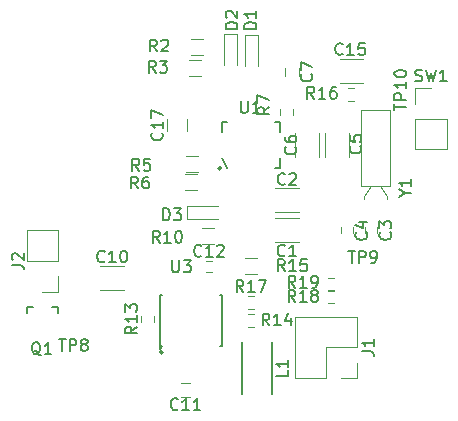
<source format=gbr>
G04 #@! TF.GenerationSoftware,KiCad,Pcbnew,5.0.0*
G04 #@! TF.CreationDate,2018-08-14T07:54:27-04:00*
G04 #@! TF.ProjectId,telegraph,74656C6567726170682E6B696361645F,rev?*
G04 #@! TF.SameCoordinates,Original*
G04 #@! TF.FileFunction,Legend,Top*
G04 #@! TF.FilePolarity,Positive*
%FSLAX46Y46*%
G04 Gerber Fmt 4.6, Leading zero omitted, Abs format (unit mm)*
G04 Created by KiCad (PCBNEW 5.0.0) date Tue Aug 14 07:54:27 2018*
%MOMM*%
%LPD*%
G01*
G04 APERTURE LIST*
%ADD10C,0.120000*%
%ADD11C,0.150000*%
G04 APERTURE END LIST*
D10*
G04 #@! TO.C,C7*
X129100000Y-109250000D02*
X129100000Y-108550000D01*
X130300000Y-108550000D02*
X130300000Y-109250000D01*
G04 #@! TO.C,C17*
X119050000Y-112900000D02*
X119050000Y-113900000D01*
X120750000Y-113900000D02*
X120750000Y-112900000D01*
G04 #@! TO.C,R18*
X132750000Y-128430000D02*
X133250000Y-128430000D01*
X133250000Y-127370000D02*
X132750000Y-127370000D01*
G04 #@! TO.C,R19*
X133250000Y-126370000D02*
X132750000Y-126370000D01*
X132750000Y-127430000D02*
X133250000Y-127430000D01*
G04 #@! TO.C,C3*
X135890000Y-122054000D02*
X135890000Y-122554000D01*
X136830000Y-122554000D02*
X136830000Y-122054000D01*
G04 #@! TO.C,C4*
X134798000Y-122554000D02*
X134798000Y-122054000D01*
X133858000Y-122054000D02*
X133858000Y-122554000D01*
G04 #@! TO.C,C12*
X122394000Y-125822000D02*
X122894000Y-125822000D01*
X122894000Y-124882000D02*
X122394000Y-124882000D01*
G04 #@! TO.C,C11*
X120300000Y-135218000D02*
X121000000Y-135218000D01*
X121000000Y-136418000D02*
X120300000Y-136418000D01*
G04 #@! TO.C,C10*
X113450000Y-127338000D02*
X115450000Y-127338000D01*
X115450000Y-125298000D02*
X113450000Y-125298000D01*
G04 #@! TO.C,C6*
X131970000Y-116068000D02*
X131970000Y-114068000D01*
X129930000Y-114068000D02*
X129930000Y-116068000D01*
G04 #@! TO.C,C5*
X132430000Y-114068000D02*
X132430000Y-116068000D01*
X134470000Y-116068000D02*
X134470000Y-114068000D01*
G04 #@! TO.C,C2*
X128248000Y-120784000D02*
X130248000Y-120784000D01*
X130248000Y-118744000D02*
X128248000Y-118744000D01*
G04 #@! TO.C,C1*
X128248000Y-123324000D02*
X130248000Y-123324000D01*
X130248000Y-121284000D02*
X128248000Y-121284000D01*
G04 #@! TO.C,C15*
X135700000Y-107798000D02*
X133700000Y-107798000D01*
X133700000Y-109838000D02*
X135700000Y-109838000D01*
G04 #@! TO.C,Y1*
X135800000Y-119418000D02*
X135800000Y-119618000D01*
X136400000Y-118518000D02*
X135800000Y-119418000D01*
X137700000Y-119418000D02*
X137700000Y-119618000D01*
X137100000Y-118518000D02*
X137700000Y-119418000D01*
X135550000Y-118518000D02*
X137950000Y-118518000D01*
X135550000Y-112118000D02*
X135550000Y-118518000D01*
X137950000Y-112118000D02*
X135550000Y-112118000D01*
X137950000Y-118518000D02*
X137950000Y-112118000D01*
D11*
G04 #@! TO.C,L1*
X125408000Y-131788000D02*
X125408000Y-136188000D01*
X128008000Y-131788000D02*
X128008000Y-136188000D01*
D10*
G04 #@! TO.C,D3*
X120800000Y-120268000D02*
X123400000Y-120268000D01*
X120800000Y-121368000D02*
X123400000Y-121368000D01*
X120800000Y-120268000D02*
X120800000Y-121368000D01*
G04 #@! TO.C,D2*
X125050000Y-105668000D02*
X123950000Y-105668000D01*
X123950000Y-105668000D02*
X123950000Y-108268000D01*
X125050000Y-105668000D02*
X125050000Y-108268000D01*
G04 #@! TO.C,D1*
X126800000Y-105768000D02*
X126800000Y-108368000D01*
X125700000Y-105768000D02*
X125700000Y-108368000D01*
X126800000Y-105768000D02*
X125700000Y-105768000D01*
G04 #@! TO.C,R7*
X128670000Y-112068000D02*
X128670000Y-112568000D01*
X129730000Y-112568000D02*
X129730000Y-112068000D01*
G04 #@! TO.C,R13*
X116920000Y-129568000D02*
X116920000Y-130068000D01*
X117980000Y-130068000D02*
X117980000Y-129568000D01*
G04 #@! TO.C,R14*
X126450000Y-129394000D02*
X125950000Y-129394000D01*
X125950000Y-130454000D02*
X126450000Y-130454000D01*
G04 #@! TO.C,R16*
X134950000Y-110288000D02*
X134450000Y-110288000D01*
X134450000Y-111348000D02*
X134950000Y-111348000D01*
G04 #@! TO.C,R17*
X126450000Y-127870000D02*
X125950000Y-127870000D01*
X125950000Y-128930000D02*
X126450000Y-128930000D01*
G04 #@! TO.C,R15*
X126700000Y-126032000D02*
X125700000Y-126032000D01*
X125700000Y-124672000D02*
X126700000Y-124672000D01*
G04 #@! TO.C,R2*
X122100000Y-107448000D02*
X121100000Y-107448000D01*
X121100000Y-106088000D02*
X122100000Y-106088000D01*
G04 #@! TO.C,R3*
X120950000Y-107838000D02*
X121950000Y-107838000D01*
X121950000Y-109198000D02*
X120950000Y-109198000D01*
G04 #@! TO.C,R6*
X120620000Y-117560000D02*
X121620000Y-117560000D01*
X121620000Y-118920000D02*
X120620000Y-118920000D01*
G04 #@! TO.C,R10*
X122050000Y-122138000D02*
X123050000Y-122138000D01*
X123050000Y-123498000D02*
X122050000Y-123498000D01*
G04 #@! TO.C,R5*
X121704000Y-117396000D02*
X120704000Y-117396000D01*
X120704000Y-116036000D02*
X121704000Y-116036000D01*
G04 #@! TO.C,SW1*
X140120000Y-112838000D02*
X140120000Y-115438000D01*
X140120000Y-115438000D02*
X142780000Y-115438000D01*
X142780000Y-115438000D02*
X142780000Y-112838000D01*
X142780000Y-112838000D02*
X140120000Y-112838000D01*
X140120000Y-111568000D02*
X140120000Y-110238000D01*
X140120000Y-110238000D02*
X141450000Y-110238000D01*
G04 #@! TO.C,J2*
X109862000Y-127504000D02*
X108532000Y-127504000D01*
X109862000Y-126174000D02*
X109862000Y-127504000D01*
X107202000Y-124904000D02*
X109862000Y-124904000D01*
X107202000Y-122304000D02*
X107202000Y-124904000D01*
X109862000Y-122304000D02*
X107202000Y-122304000D01*
X109862000Y-124904000D02*
X109862000Y-122304000D01*
G04 #@! TO.C,J1*
X135150000Y-134810000D02*
X135150000Y-133540000D01*
X133820000Y-134810000D02*
X135150000Y-134810000D01*
X132550000Y-132210000D02*
X132550000Y-134810000D01*
X135150000Y-132210000D02*
X132550000Y-132210000D01*
X135150000Y-129610000D02*
X135150000Y-132210000D01*
X129950000Y-129610000D02*
X135150000Y-129610000D01*
X129950000Y-134810000D02*
X129950000Y-129610000D01*
X132550000Y-134810000D02*
X129950000Y-134810000D01*
D11*
G04 #@! TO.C,U3*
X118690000Y-132074000D02*
X118470000Y-132354000D01*
X118470000Y-132354000D02*
X118470000Y-127774000D01*
X118470000Y-127774000D02*
X118690000Y-127774000D01*
X123550000Y-127774000D02*
X123770000Y-127774000D01*
X123770000Y-127774000D02*
X123770000Y-132074000D01*
X123770000Y-132074000D02*
X123550000Y-132074000D01*
X118745000Y-132624000D02*
G75*
G03X118745000Y-132624000I-150000J0D01*
G01*
G04 #@! TO.C,Q1*
X109832000Y-128830000D02*
X109832000Y-129330000D01*
X109332000Y-128830000D02*
X109832000Y-128830000D01*
X107232000Y-128830000D02*
X107232000Y-129330000D01*
X107232000Y-128830000D02*
X107732000Y-128830000D01*
G04 #@! TO.C,U1*
X124130000Y-117018000D02*
X123750000Y-116138000D01*
X123750000Y-113998000D02*
X123750000Y-113118000D01*
X123750000Y-113118000D02*
X124130000Y-113118000D01*
X128270000Y-113118000D02*
X128650000Y-113118000D01*
X128650000Y-113118000D02*
X128650000Y-113998000D01*
X128650000Y-116138000D02*
X128650000Y-117018000D01*
X128650000Y-117018000D02*
X128270000Y-117018000D01*
X123725000Y-117043000D02*
G75*
G03X123725000Y-117043000I-150000J0D01*
G01*
G04 #@! TO.C,C7*
X131307142Y-109066666D02*
X131354761Y-109114285D01*
X131402380Y-109257142D01*
X131402380Y-109352380D01*
X131354761Y-109495238D01*
X131259523Y-109590476D01*
X131164285Y-109638095D01*
X130973809Y-109685714D01*
X130830952Y-109685714D01*
X130640476Y-109638095D01*
X130545238Y-109590476D01*
X130450000Y-109495238D01*
X130402380Y-109352380D01*
X130402380Y-109257142D01*
X130450000Y-109114285D01*
X130497619Y-109066666D01*
X130402380Y-108733333D02*
X130402380Y-108066666D01*
X131402380Y-108495238D01*
G04 #@! TO.C,C17*
X118657142Y-114042857D02*
X118704761Y-114090476D01*
X118752380Y-114233333D01*
X118752380Y-114328571D01*
X118704761Y-114471428D01*
X118609523Y-114566666D01*
X118514285Y-114614285D01*
X118323809Y-114661904D01*
X118180952Y-114661904D01*
X117990476Y-114614285D01*
X117895238Y-114566666D01*
X117800000Y-114471428D01*
X117752380Y-114328571D01*
X117752380Y-114233333D01*
X117800000Y-114090476D01*
X117847619Y-114042857D01*
X118752380Y-113090476D02*
X118752380Y-113661904D01*
X118752380Y-113376190D02*
X117752380Y-113376190D01*
X117895238Y-113471428D01*
X117990476Y-113566666D01*
X118038095Y-113661904D01*
X117752380Y-112757142D02*
X117752380Y-112090476D01*
X118752380Y-112519047D01*
G04 #@! TO.C,R18*
X129957142Y-128352380D02*
X129623809Y-127876190D01*
X129385714Y-128352380D02*
X129385714Y-127352380D01*
X129766666Y-127352380D01*
X129861904Y-127400000D01*
X129909523Y-127447619D01*
X129957142Y-127542857D01*
X129957142Y-127685714D01*
X129909523Y-127780952D01*
X129861904Y-127828571D01*
X129766666Y-127876190D01*
X129385714Y-127876190D01*
X130909523Y-128352380D02*
X130338095Y-128352380D01*
X130623809Y-128352380D02*
X130623809Y-127352380D01*
X130528571Y-127495238D01*
X130433333Y-127590476D01*
X130338095Y-127638095D01*
X131480952Y-127780952D02*
X131385714Y-127733333D01*
X131338095Y-127685714D01*
X131290476Y-127590476D01*
X131290476Y-127542857D01*
X131338095Y-127447619D01*
X131385714Y-127400000D01*
X131480952Y-127352380D01*
X131671428Y-127352380D01*
X131766666Y-127400000D01*
X131814285Y-127447619D01*
X131861904Y-127542857D01*
X131861904Y-127590476D01*
X131814285Y-127685714D01*
X131766666Y-127733333D01*
X131671428Y-127780952D01*
X131480952Y-127780952D01*
X131385714Y-127828571D01*
X131338095Y-127876190D01*
X131290476Y-127971428D01*
X131290476Y-128161904D01*
X131338095Y-128257142D01*
X131385714Y-128304761D01*
X131480952Y-128352380D01*
X131671428Y-128352380D01*
X131766666Y-128304761D01*
X131814285Y-128257142D01*
X131861904Y-128161904D01*
X131861904Y-127971428D01*
X131814285Y-127876190D01*
X131766666Y-127828571D01*
X131671428Y-127780952D01*
G04 #@! TO.C,R19*
X129957142Y-127152380D02*
X129623809Y-126676190D01*
X129385714Y-127152380D02*
X129385714Y-126152380D01*
X129766666Y-126152380D01*
X129861904Y-126200000D01*
X129909523Y-126247619D01*
X129957142Y-126342857D01*
X129957142Y-126485714D01*
X129909523Y-126580952D01*
X129861904Y-126628571D01*
X129766666Y-126676190D01*
X129385714Y-126676190D01*
X130909523Y-127152380D02*
X130338095Y-127152380D01*
X130623809Y-127152380D02*
X130623809Y-126152380D01*
X130528571Y-126295238D01*
X130433333Y-126390476D01*
X130338095Y-126438095D01*
X131385714Y-127152380D02*
X131576190Y-127152380D01*
X131671428Y-127104761D01*
X131719047Y-127057142D01*
X131814285Y-126914285D01*
X131861904Y-126723809D01*
X131861904Y-126342857D01*
X131814285Y-126247619D01*
X131766666Y-126200000D01*
X131671428Y-126152380D01*
X131480952Y-126152380D01*
X131385714Y-126200000D01*
X131338095Y-126247619D01*
X131290476Y-126342857D01*
X131290476Y-126580952D01*
X131338095Y-126676190D01*
X131385714Y-126723809D01*
X131480952Y-126771428D01*
X131671428Y-126771428D01*
X131766666Y-126723809D01*
X131814285Y-126676190D01*
X131861904Y-126580952D01*
G04 #@! TO.C,C3*
X137987142Y-122470666D02*
X138034761Y-122518285D01*
X138082380Y-122661142D01*
X138082380Y-122756380D01*
X138034761Y-122899238D01*
X137939523Y-122994476D01*
X137844285Y-123042095D01*
X137653809Y-123089714D01*
X137510952Y-123089714D01*
X137320476Y-123042095D01*
X137225238Y-122994476D01*
X137130000Y-122899238D01*
X137082380Y-122756380D01*
X137082380Y-122661142D01*
X137130000Y-122518285D01*
X137177619Y-122470666D01*
X137082380Y-122137333D02*
X137082380Y-121518285D01*
X137463333Y-121851619D01*
X137463333Y-121708761D01*
X137510952Y-121613523D01*
X137558571Y-121565904D01*
X137653809Y-121518285D01*
X137891904Y-121518285D01*
X137987142Y-121565904D01*
X138034761Y-121613523D01*
X138082380Y-121708761D01*
X138082380Y-121994476D01*
X138034761Y-122089714D01*
X137987142Y-122137333D01*
G04 #@! TO.C,C4*
X135955142Y-122470666D02*
X136002761Y-122518285D01*
X136050380Y-122661142D01*
X136050380Y-122756380D01*
X136002761Y-122899238D01*
X135907523Y-122994476D01*
X135812285Y-123042095D01*
X135621809Y-123089714D01*
X135478952Y-123089714D01*
X135288476Y-123042095D01*
X135193238Y-122994476D01*
X135098000Y-122899238D01*
X135050380Y-122756380D01*
X135050380Y-122661142D01*
X135098000Y-122518285D01*
X135145619Y-122470666D01*
X135383714Y-121613523D02*
X136050380Y-121613523D01*
X135002761Y-121851619D02*
X135717047Y-122089714D01*
X135717047Y-121470666D01*
G04 #@! TO.C,C12*
X122001142Y-124439142D02*
X121953523Y-124486761D01*
X121810666Y-124534380D01*
X121715428Y-124534380D01*
X121572571Y-124486761D01*
X121477333Y-124391523D01*
X121429714Y-124296285D01*
X121382095Y-124105809D01*
X121382095Y-123962952D01*
X121429714Y-123772476D01*
X121477333Y-123677238D01*
X121572571Y-123582000D01*
X121715428Y-123534380D01*
X121810666Y-123534380D01*
X121953523Y-123582000D01*
X122001142Y-123629619D01*
X122953523Y-124534380D02*
X122382095Y-124534380D01*
X122667809Y-124534380D02*
X122667809Y-123534380D01*
X122572571Y-123677238D01*
X122477333Y-123772476D01*
X122382095Y-123820095D01*
X123334476Y-123629619D02*
X123382095Y-123582000D01*
X123477333Y-123534380D01*
X123715428Y-123534380D01*
X123810666Y-123582000D01*
X123858285Y-123629619D01*
X123905904Y-123724857D01*
X123905904Y-123820095D01*
X123858285Y-123962952D01*
X123286857Y-124534380D01*
X123905904Y-124534380D01*
G04 #@! TO.C,C11*
X120007142Y-137425142D02*
X119959523Y-137472761D01*
X119816666Y-137520380D01*
X119721428Y-137520380D01*
X119578571Y-137472761D01*
X119483333Y-137377523D01*
X119435714Y-137282285D01*
X119388095Y-137091809D01*
X119388095Y-136948952D01*
X119435714Y-136758476D01*
X119483333Y-136663238D01*
X119578571Y-136568000D01*
X119721428Y-136520380D01*
X119816666Y-136520380D01*
X119959523Y-136568000D01*
X120007142Y-136615619D01*
X120959523Y-137520380D02*
X120388095Y-137520380D01*
X120673809Y-137520380D02*
X120673809Y-136520380D01*
X120578571Y-136663238D01*
X120483333Y-136758476D01*
X120388095Y-136806095D01*
X121911904Y-137520380D02*
X121340476Y-137520380D01*
X121626190Y-137520380D02*
X121626190Y-136520380D01*
X121530952Y-136663238D01*
X121435714Y-136758476D01*
X121340476Y-136806095D01*
G04 #@! TO.C,C10*
X113807142Y-124925142D02*
X113759523Y-124972761D01*
X113616666Y-125020380D01*
X113521428Y-125020380D01*
X113378571Y-124972761D01*
X113283333Y-124877523D01*
X113235714Y-124782285D01*
X113188095Y-124591809D01*
X113188095Y-124448952D01*
X113235714Y-124258476D01*
X113283333Y-124163238D01*
X113378571Y-124068000D01*
X113521428Y-124020380D01*
X113616666Y-124020380D01*
X113759523Y-124068000D01*
X113807142Y-124115619D01*
X114759523Y-125020380D02*
X114188095Y-125020380D01*
X114473809Y-125020380D02*
X114473809Y-124020380D01*
X114378571Y-124163238D01*
X114283333Y-124258476D01*
X114188095Y-124306095D01*
X115378571Y-124020380D02*
X115473809Y-124020380D01*
X115569047Y-124068000D01*
X115616666Y-124115619D01*
X115664285Y-124210857D01*
X115711904Y-124401333D01*
X115711904Y-124639428D01*
X115664285Y-124829904D01*
X115616666Y-124925142D01*
X115569047Y-124972761D01*
X115473809Y-125020380D01*
X115378571Y-125020380D01*
X115283333Y-124972761D01*
X115235714Y-124925142D01*
X115188095Y-124829904D01*
X115140476Y-124639428D01*
X115140476Y-124401333D01*
X115188095Y-124210857D01*
X115235714Y-124115619D01*
X115283333Y-124068000D01*
X115378571Y-124020380D01*
G04 #@! TO.C,C6*
X129957142Y-115234666D02*
X130004761Y-115282285D01*
X130052380Y-115425142D01*
X130052380Y-115520380D01*
X130004761Y-115663238D01*
X129909523Y-115758476D01*
X129814285Y-115806095D01*
X129623809Y-115853714D01*
X129480952Y-115853714D01*
X129290476Y-115806095D01*
X129195238Y-115758476D01*
X129100000Y-115663238D01*
X129052380Y-115520380D01*
X129052380Y-115425142D01*
X129100000Y-115282285D01*
X129147619Y-115234666D01*
X129052380Y-114377523D02*
X129052380Y-114568000D01*
X129100000Y-114663238D01*
X129147619Y-114710857D01*
X129290476Y-114806095D01*
X129480952Y-114853714D01*
X129861904Y-114853714D01*
X129957142Y-114806095D01*
X130004761Y-114758476D01*
X130052380Y-114663238D01*
X130052380Y-114472761D01*
X130004761Y-114377523D01*
X129957142Y-114329904D01*
X129861904Y-114282285D01*
X129623809Y-114282285D01*
X129528571Y-114329904D01*
X129480952Y-114377523D01*
X129433333Y-114472761D01*
X129433333Y-114663238D01*
X129480952Y-114758476D01*
X129528571Y-114806095D01*
X129623809Y-114853714D01*
G04 #@! TO.C,C5*
X135457142Y-115166666D02*
X135504761Y-115214285D01*
X135552380Y-115357142D01*
X135552380Y-115452380D01*
X135504761Y-115595238D01*
X135409523Y-115690476D01*
X135314285Y-115738095D01*
X135123809Y-115785714D01*
X134980952Y-115785714D01*
X134790476Y-115738095D01*
X134695238Y-115690476D01*
X134600000Y-115595238D01*
X134552380Y-115452380D01*
X134552380Y-115357142D01*
X134600000Y-115214285D01*
X134647619Y-115166666D01*
X134552380Y-114261904D02*
X134552380Y-114738095D01*
X135028571Y-114785714D01*
X134980952Y-114738095D01*
X134933333Y-114642857D01*
X134933333Y-114404761D01*
X134980952Y-114309523D01*
X135028571Y-114261904D01*
X135123809Y-114214285D01*
X135361904Y-114214285D01*
X135457142Y-114261904D01*
X135504761Y-114309523D01*
X135552380Y-114404761D01*
X135552380Y-114642857D01*
X135504761Y-114738095D01*
X135457142Y-114785714D01*
G04 #@! TO.C,C2*
X129081333Y-118371142D02*
X129033714Y-118418761D01*
X128890857Y-118466380D01*
X128795619Y-118466380D01*
X128652761Y-118418761D01*
X128557523Y-118323523D01*
X128509904Y-118228285D01*
X128462285Y-118037809D01*
X128462285Y-117894952D01*
X128509904Y-117704476D01*
X128557523Y-117609238D01*
X128652761Y-117514000D01*
X128795619Y-117466380D01*
X128890857Y-117466380D01*
X129033714Y-117514000D01*
X129081333Y-117561619D01*
X129462285Y-117561619D02*
X129509904Y-117514000D01*
X129605142Y-117466380D01*
X129843238Y-117466380D01*
X129938476Y-117514000D01*
X129986095Y-117561619D01*
X130033714Y-117656857D01*
X130033714Y-117752095D01*
X129986095Y-117894952D01*
X129414666Y-118466380D01*
X130033714Y-118466380D01*
G04 #@! TO.C,C1*
X129081333Y-124411142D02*
X129033714Y-124458761D01*
X128890857Y-124506380D01*
X128795619Y-124506380D01*
X128652761Y-124458761D01*
X128557523Y-124363523D01*
X128509904Y-124268285D01*
X128462285Y-124077809D01*
X128462285Y-123934952D01*
X128509904Y-123744476D01*
X128557523Y-123649238D01*
X128652761Y-123554000D01*
X128795619Y-123506380D01*
X128890857Y-123506380D01*
X129033714Y-123554000D01*
X129081333Y-123601619D01*
X130033714Y-124506380D02*
X129462285Y-124506380D01*
X129748000Y-124506380D02*
X129748000Y-123506380D01*
X129652761Y-123649238D01*
X129557523Y-123744476D01*
X129462285Y-123792095D01*
G04 #@! TO.C,C15*
X133957142Y-107357142D02*
X133909523Y-107404761D01*
X133766666Y-107452380D01*
X133671428Y-107452380D01*
X133528571Y-107404761D01*
X133433333Y-107309523D01*
X133385714Y-107214285D01*
X133338095Y-107023809D01*
X133338095Y-106880952D01*
X133385714Y-106690476D01*
X133433333Y-106595238D01*
X133528571Y-106500000D01*
X133671428Y-106452380D01*
X133766666Y-106452380D01*
X133909523Y-106500000D01*
X133957142Y-106547619D01*
X134909523Y-107452380D02*
X134338095Y-107452380D01*
X134623809Y-107452380D02*
X134623809Y-106452380D01*
X134528571Y-106595238D01*
X134433333Y-106690476D01*
X134338095Y-106738095D01*
X135814285Y-106452380D02*
X135338095Y-106452380D01*
X135290476Y-106928571D01*
X135338095Y-106880952D01*
X135433333Y-106833333D01*
X135671428Y-106833333D01*
X135766666Y-106880952D01*
X135814285Y-106928571D01*
X135861904Y-107023809D01*
X135861904Y-107261904D01*
X135814285Y-107357142D01*
X135766666Y-107404761D01*
X135671428Y-107452380D01*
X135433333Y-107452380D01*
X135338095Y-107404761D01*
X135290476Y-107357142D01*
G04 #@! TO.C,Y1*
X139246190Y-119169190D02*
X139722380Y-119169190D01*
X138722380Y-119502523D02*
X139246190Y-119169190D01*
X138722380Y-118835857D01*
X139722380Y-117978714D02*
X139722380Y-118550142D01*
X139722380Y-118264428D02*
X138722380Y-118264428D01*
X138865238Y-118359666D01*
X138960476Y-118454904D01*
X139008095Y-118550142D01*
G04 #@! TO.C,L1*
X129360380Y-134154666D02*
X129360380Y-134630857D01*
X128360380Y-134630857D01*
X129360380Y-133297523D02*
X129360380Y-133868952D01*
X129360380Y-133583238D02*
X128360380Y-133583238D01*
X128503238Y-133678476D01*
X128598476Y-133773714D01*
X128646095Y-133868952D01*
G04 #@! TO.C,D3*
X118761904Y-121452380D02*
X118761904Y-120452380D01*
X119000000Y-120452380D01*
X119142857Y-120500000D01*
X119238095Y-120595238D01*
X119285714Y-120690476D01*
X119333333Y-120880952D01*
X119333333Y-121023809D01*
X119285714Y-121214285D01*
X119238095Y-121309523D01*
X119142857Y-121404761D01*
X119000000Y-121452380D01*
X118761904Y-121452380D01*
X119666666Y-120452380D02*
X120285714Y-120452380D01*
X119952380Y-120833333D01*
X120095238Y-120833333D01*
X120190476Y-120880952D01*
X120238095Y-120928571D01*
X120285714Y-121023809D01*
X120285714Y-121261904D01*
X120238095Y-121357142D01*
X120190476Y-121404761D01*
X120095238Y-121452380D01*
X119809523Y-121452380D01*
X119714285Y-121404761D01*
X119666666Y-121357142D01*
G04 #@! TO.C,D2*
X125052380Y-105238095D02*
X124052380Y-105238095D01*
X124052380Y-105000000D01*
X124100000Y-104857142D01*
X124195238Y-104761904D01*
X124290476Y-104714285D01*
X124480952Y-104666666D01*
X124623809Y-104666666D01*
X124814285Y-104714285D01*
X124909523Y-104761904D01*
X125004761Y-104857142D01*
X125052380Y-105000000D01*
X125052380Y-105238095D01*
X124147619Y-104285714D02*
X124100000Y-104238095D01*
X124052380Y-104142857D01*
X124052380Y-103904761D01*
X124100000Y-103809523D01*
X124147619Y-103761904D01*
X124242857Y-103714285D01*
X124338095Y-103714285D01*
X124480952Y-103761904D01*
X125052380Y-104333333D01*
X125052380Y-103714285D01*
G04 #@! TO.C,D1*
X126652380Y-105238095D02*
X125652380Y-105238095D01*
X125652380Y-105000000D01*
X125700000Y-104857142D01*
X125795238Y-104761904D01*
X125890476Y-104714285D01*
X126080952Y-104666666D01*
X126223809Y-104666666D01*
X126414285Y-104714285D01*
X126509523Y-104761904D01*
X126604761Y-104857142D01*
X126652380Y-105000000D01*
X126652380Y-105238095D01*
X126652380Y-103714285D02*
X126652380Y-104285714D01*
X126652380Y-104000000D02*
X125652380Y-104000000D01*
X125795238Y-104095238D01*
X125890476Y-104190476D01*
X125938095Y-104285714D01*
G04 #@! TO.C,TP9*
X134438095Y-124052380D02*
X135009523Y-124052380D01*
X134723809Y-125052380D02*
X134723809Y-124052380D01*
X135342857Y-125052380D02*
X135342857Y-124052380D01*
X135723809Y-124052380D01*
X135819047Y-124100000D01*
X135866666Y-124147619D01*
X135914285Y-124242857D01*
X135914285Y-124385714D01*
X135866666Y-124480952D01*
X135819047Y-124528571D01*
X135723809Y-124576190D01*
X135342857Y-124576190D01*
X136390476Y-125052380D02*
X136580952Y-125052380D01*
X136676190Y-125004761D01*
X136723809Y-124957142D01*
X136819047Y-124814285D01*
X136866666Y-124623809D01*
X136866666Y-124242857D01*
X136819047Y-124147619D01*
X136771428Y-124100000D01*
X136676190Y-124052380D01*
X136485714Y-124052380D01*
X136390476Y-124100000D01*
X136342857Y-124147619D01*
X136295238Y-124242857D01*
X136295238Y-124480952D01*
X136342857Y-124576190D01*
X136390476Y-124623809D01*
X136485714Y-124671428D01*
X136676190Y-124671428D01*
X136771428Y-124623809D01*
X136819047Y-124576190D01*
X136866666Y-124480952D01*
G04 #@! TO.C,TP8*
X109938095Y-131520380D02*
X110509523Y-131520380D01*
X110223809Y-132520380D02*
X110223809Y-131520380D01*
X110842857Y-132520380D02*
X110842857Y-131520380D01*
X111223809Y-131520380D01*
X111319047Y-131568000D01*
X111366666Y-131615619D01*
X111414285Y-131710857D01*
X111414285Y-131853714D01*
X111366666Y-131948952D01*
X111319047Y-131996571D01*
X111223809Y-132044190D01*
X110842857Y-132044190D01*
X111985714Y-131948952D02*
X111890476Y-131901333D01*
X111842857Y-131853714D01*
X111795238Y-131758476D01*
X111795238Y-131710857D01*
X111842857Y-131615619D01*
X111890476Y-131568000D01*
X111985714Y-131520380D01*
X112176190Y-131520380D01*
X112271428Y-131568000D01*
X112319047Y-131615619D01*
X112366666Y-131710857D01*
X112366666Y-131758476D01*
X112319047Y-131853714D01*
X112271428Y-131901333D01*
X112176190Y-131948952D01*
X111985714Y-131948952D01*
X111890476Y-131996571D01*
X111842857Y-132044190D01*
X111795238Y-132139428D01*
X111795238Y-132329904D01*
X111842857Y-132425142D01*
X111890476Y-132472761D01*
X111985714Y-132520380D01*
X112176190Y-132520380D01*
X112271428Y-132472761D01*
X112319047Y-132425142D01*
X112366666Y-132329904D01*
X112366666Y-132139428D01*
X112319047Y-132044190D01*
X112271428Y-131996571D01*
X112176190Y-131948952D01*
G04 #@! TO.C,TP10*
X138352380Y-112138095D02*
X138352380Y-111566666D01*
X139352380Y-111852380D02*
X138352380Y-111852380D01*
X139352380Y-111233333D02*
X138352380Y-111233333D01*
X138352380Y-110852380D01*
X138400000Y-110757142D01*
X138447619Y-110709523D01*
X138542857Y-110661904D01*
X138685714Y-110661904D01*
X138780952Y-110709523D01*
X138828571Y-110757142D01*
X138876190Y-110852380D01*
X138876190Y-111233333D01*
X139352380Y-109709523D02*
X139352380Y-110280952D01*
X139352380Y-109995238D02*
X138352380Y-109995238D01*
X138495238Y-110090476D01*
X138590476Y-110185714D01*
X138638095Y-110280952D01*
X138352380Y-109090476D02*
X138352380Y-108995238D01*
X138400000Y-108900000D01*
X138447619Y-108852380D01*
X138542857Y-108804761D01*
X138733333Y-108757142D01*
X138971428Y-108757142D01*
X139161904Y-108804761D01*
X139257142Y-108852380D01*
X139304761Y-108900000D01*
X139352380Y-108995238D01*
X139352380Y-109090476D01*
X139304761Y-109185714D01*
X139257142Y-109233333D01*
X139161904Y-109280952D01*
X138971428Y-109328571D01*
X138733333Y-109328571D01*
X138542857Y-109280952D01*
X138447619Y-109233333D01*
X138400000Y-109185714D01*
X138352380Y-109090476D01*
G04 #@! TO.C,R7*
X127752380Y-111866666D02*
X127276190Y-112200000D01*
X127752380Y-112438095D02*
X126752380Y-112438095D01*
X126752380Y-112057142D01*
X126800000Y-111961904D01*
X126847619Y-111914285D01*
X126942857Y-111866666D01*
X127085714Y-111866666D01*
X127180952Y-111914285D01*
X127228571Y-111961904D01*
X127276190Y-112057142D01*
X127276190Y-112438095D01*
X126752380Y-111533333D02*
X126752380Y-110866666D01*
X127752380Y-111295238D01*
G04 #@! TO.C,R13*
X116552380Y-130460857D02*
X116076190Y-130794190D01*
X116552380Y-131032285D02*
X115552380Y-131032285D01*
X115552380Y-130651333D01*
X115600000Y-130556095D01*
X115647619Y-130508476D01*
X115742857Y-130460857D01*
X115885714Y-130460857D01*
X115980952Y-130508476D01*
X116028571Y-130556095D01*
X116076190Y-130651333D01*
X116076190Y-131032285D01*
X116552380Y-129508476D02*
X116552380Y-130079904D01*
X116552380Y-129794190D02*
X115552380Y-129794190D01*
X115695238Y-129889428D01*
X115790476Y-129984666D01*
X115838095Y-130079904D01*
X115552380Y-129175142D02*
X115552380Y-128556095D01*
X115933333Y-128889428D01*
X115933333Y-128746571D01*
X115980952Y-128651333D01*
X116028571Y-128603714D01*
X116123809Y-128556095D01*
X116361904Y-128556095D01*
X116457142Y-128603714D01*
X116504761Y-128651333D01*
X116552380Y-128746571D01*
X116552380Y-129032285D01*
X116504761Y-129127523D01*
X116457142Y-129175142D01*
G04 #@! TO.C,R14*
X127757142Y-130352380D02*
X127423809Y-129876190D01*
X127185714Y-130352380D02*
X127185714Y-129352380D01*
X127566666Y-129352380D01*
X127661904Y-129400000D01*
X127709523Y-129447619D01*
X127757142Y-129542857D01*
X127757142Y-129685714D01*
X127709523Y-129780952D01*
X127661904Y-129828571D01*
X127566666Y-129876190D01*
X127185714Y-129876190D01*
X128709523Y-130352380D02*
X128138095Y-130352380D01*
X128423809Y-130352380D02*
X128423809Y-129352380D01*
X128328571Y-129495238D01*
X128233333Y-129590476D01*
X128138095Y-129638095D01*
X129566666Y-129685714D02*
X129566666Y-130352380D01*
X129328571Y-129304761D02*
X129090476Y-130019047D01*
X129709523Y-130019047D01*
G04 #@! TO.C,R16*
X131557142Y-111152380D02*
X131223809Y-110676190D01*
X130985714Y-111152380D02*
X130985714Y-110152380D01*
X131366666Y-110152380D01*
X131461904Y-110200000D01*
X131509523Y-110247619D01*
X131557142Y-110342857D01*
X131557142Y-110485714D01*
X131509523Y-110580952D01*
X131461904Y-110628571D01*
X131366666Y-110676190D01*
X130985714Y-110676190D01*
X132509523Y-111152380D02*
X131938095Y-111152380D01*
X132223809Y-111152380D02*
X132223809Y-110152380D01*
X132128571Y-110295238D01*
X132033333Y-110390476D01*
X131938095Y-110438095D01*
X133366666Y-110152380D02*
X133176190Y-110152380D01*
X133080952Y-110200000D01*
X133033333Y-110247619D01*
X132938095Y-110390476D01*
X132890476Y-110580952D01*
X132890476Y-110961904D01*
X132938095Y-111057142D01*
X132985714Y-111104761D01*
X133080952Y-111152380D01*
X133271428Y-111152380D01*
X133366666Y-111104761D01*
X133414285Y-111057142D01*
X133461904Y-110961904D01*
X133461904Y-110723809D01*
X133414285Y-110628571D01*
X133366666Y-110580952D01*
X133271428Y-110533333D01*
X133080952Y-110533333D01*
X132985714Y-110580952D01*
X132938095Y-110628571D01*
X132890476Y-110723809D01*
G04 #@! TO.C,R17*
X125557142Y-127502380D02*
X125223809Y-127026190D01*
X124985714Y-127502380D02*
X124985714Y-126502380D01*
X125366666Y-126502380D01*
X125461904Y-126550000D01*
X125509523Y-126597619D01*
X125557142Y-126692857D01*
X125557142Y-126835714D01*
X125509523Y-126930952D01*
X125461904Y-126978571D01*
X125366666Y-127026190D01*
X124985714Y-127026190D01*
X126509523Y-127502380D02*
X125938095Y-127502380D01*
X126223809Y-127502380D02*
X126223809Y-126502380D01*
X126128571Y-126645238D01*
X126033333Y-126740476D01*
X125938095Y-126788095D01*
X126842857Y-126502380D02*
X127509523Y-126502380D01*
X127080952Y-127502380D01*
G04 #@! TO.C,R15*
X129057142Y-125752380D02*
X128723809Y-125276190D01*
X128485714Y-125752380D02*
X128485714Y-124752380D01*
X128866666Y-124752380D01*
X128961904Y-124800000D01*
X129009523Y-124847619D01*
X129057142Y-124942857D01*
X129057142Y-125085714D01*
X129009523Y-125180952D01*
X128961904Y-125228571D01*
X128866666Y-125276190D01*
X128485714Y-125276190D01*
X130009523Y-125752380D02*
X129438095Y-125752380D01*
X129723809Y-125752380D02*
X129723809Y-124752380D01*
X129628571Y-124895238D01*
X129533333Y-124990476D01*
X129438095Y-125038095D01*
X130914285Y-124752380D02*
X130438095Y-124752380D01*
X130390476Y-125228571D01*
X130438095Y-125180952D01*
X130533333Y-125133333D01*
X130771428Y-125133333D01*
X130866666Y-125180952D01*
X130914285Y-125228571D01*
X130961904Y-125323809D01*
X130961904Y-125561904D01*
X130914285Y-125657142D01*
X130866666Y-125704761D01*
X130771428Y-125752380D01*
X130533333Y-125752380D01*
X130438095Y-125704761D01*
X130390476Y-125657142D01*
G04 #@! TO.C,R2*
X118233333Y-107152380D02*
X117900000Y-106676190D01*
X117661904Y-107152380D02*
X117661904Y-106152380D01*
X118042857Y-106152380D01*
X118138095Y-106200000D01*
X118185714Y-106247619D01*
X118233333Y-106342857D01*
X118233333Y-106485714D01*
X118185714Y-106580952D01*
X118138095Y-106628571D01*
X118042857Y-106676190D01*
X117661904Y-106676190D01*
X118614285Y-106247619D02*
X118661904Y-106200000D01*
X118757142Y-106152380D01*
X118995238Y-106152380D01*
X119090476Y-106200000D01*
X119138095Y-106247619D01*
X119185714Y-106342857D01*
X119185714Y-106438095D01*
X119138095Y-106580952D01*
X118566666Y-107152380D01*
X119185714Y-107152380D01*
G04 #@! TO.C,R3*
X118133333Y-108952380D02*
X117800000Y-108476190D01*
X117561904Y-108952380D02*
X117561904Y-107952380D01*
X117942857Y-107952380D01*
X118038095Y-108000000D01*
X118085714Y-108047619D01*
X118133333Y-108142857D01*
X118133333Y-108285714D01*
X118085714Y-108380952D01*
X118038095Y-108428571D01*
X117942857Y-108476190D01*
X117561904Y-108476190D01*
X118466666Y-107952380D02*
X119085714Y-107952380D01*
X118752380Y-108333333D01*
X118895238Y-108333333D01*
X118990476Y-108380952D01*
X119038095Y-108428571D01*
X119085714Y-108523809D01*
X119085714Y-108761904D01*
X119038095Y-108857142D01*
X118990476Y-108904761D01*
X118895238Y-108952380D01*
X118609523Y-108952380D01*
X118514285Y-108904761D01*
X118466666Y-108857142D01*
G04 #@! TO.C,R6*
X116633333Y-118752380D02*
X116300000Y-118276190D01*
X116061904Y-118752380D02*
X116061904Y-117752380D01*
X116442857Y-117752380D01*
X116538095Y-117800000D01*
X116585714Y-117847619D01*
X116633333Y-117942857D01*
X116633333Y-118085714D01*
X116585714Y-118180952D01*
X116538095Y-118228571D01*
X116442857Y-118276190D01*
X116061904Y-118276190D01*
X117490476Y-117752380D02*
X117300000Y-117752380D01*
X117204761Y-117800000D01*
X117157142Y-117847619D01*
X117061904Y-117990476D01*
X117014285Y-118180952D01*
X117014285Y-118561904D01*
X117061904Y-118657142D01*
X117109523Y-118704761D01*
X117204761Y-118752380D01*
X117395238Y-118752380D01*
X117490476Y-118704761D01*
X117538095Y-118657142D01*
X117585714Y-118561904D01*
X117585714Y-118323809D01*
X117538095Y-118228571D01*
X117490476Y-118180952D01*
X117395238Y-118133333D01*
X117204761Y-118133333D01*
X117109523Y-118180952D01*
X117061904Y-118228571D01*
X117014285Y-118323809D01*
G04 #@! TO.C,R10*
X118457142Y-123352380D02*
X118123809Y-122876190D01*
X117885714Y-123352380D02*
X117885714Y-122352380D01*
X118266666Y-122352380D01*
X118361904Y-122400000D01*
X118409523Y-122447619D01*
X118457142Y-122542857D01*
X118457142Y-122685714D01*
X118409523Y-122780952D01*
X118361904Y-122828571D01*
X118266666Y-122876190D01*
X117885714Y-122876190D01*
X119409523Y-123352380D02*
X118838095Y-123352380D01*
X119123809Y-123352380D02*
X119123809Y-122352380D01*
X119028571Y-122495238D01*
X118933333Y-122590476D01*
X118838095Y-122638095D01*
X120028571Y-122352380D02*
X120123809Y-122352380D01*
X120219047Y-122400000D01*
X120266666Y-122447619D01*
X120314285Y-122542857D01*
X120361904Y-122733333D01*
X120361904Y-122971428D01*
X120314285Y-123161904D01*
X120266666Y-123257142D01*
X120219047Y-123304761D01*
X120123809Y-123352380D01*
X120028571Y-123352380D01*
X119933333Y-123304761D01*
X119885714Y-123257142D01*
X119838095Y-123161904D01*
X119790476Y-122971428D01*
X119790476Y-122733333D01*
X119838095Y-122542857D01*
X119885714Y-122447619D01*
X119933333Y-122400000D01*
X120028571Y-122352380D01*
G04 #@! TO.C,R5*
X116733333Y-117252380D02*
X116400000Y-116776190D01*
X116161904Y-117252380D02*
X116161904Y-116252380D01*
X116542857Y-116252380D01*
X116638095Y-116300000D01*
X116685714Y-116347619D01*
X116733333Y-116442857D01*
X116733333Y-116585714D01*
X116685714Y-116680952D01*
X116638095Y-116728571D01*
X116542857Y-116776190D01*
X116161904Y-116776190D01*
X117638095Y-116252380D02*
X117161904Y-116252380D01*
X117114285Y-116728571D01*
X117161904Y-116680952D01*
X117257142Y-116633333D01*
X117495238Y-116633333D01*
X117590476Y-116680952D01*
X117638095Y-116728571D01*
X117685714Y-116823809D01*
X117685714Y-117061904D01*
X117638095Y-117157142D01*
X117590476Y-117204761D01*
X117495238Y-117252380D01*
X117257142Y-117252380D01*
X117161904Y-117204761D01*
X117114285Y-117157142D01*
G04 #@! TO.C,SW1*
X140116666Y-109642761D02*
X140259523Y-109690380D01*
X140497619Y-109690380D01*
X140592857Y-109642761D01*
X140640476Y-109595142D01*
X140688095Y-109499904D01*
X140688095Y-109404666D01*
X140640476Y-109309428D01*
X140592857Y-109261809D01*
X140497619Y-109214190D01*
X140307142Y-109166571D01*
X140211904Y-109118952D01*
X140164285Y-109071333D01*
X140116666Y-108976095D01*
X140116666Y-108880857D01*
X140164285Y-108785619D01*
X140211904Y-108738000D01*
X140307142Y-108690380D01*
X140545238Y-108690380D01*
X140688095Y-108738000D01*
X141021428Y-108690380D02*
X141259523Y-109690380D01*
X141450000Y-108976095D01*
X141640476Y-109690380D01*
X141878571Y-108690380D01*
X142783333Y-109690380D02*
X142211904Y-109690380D01*
X142497619Y-109690380D02*
X142497619Y-108690380D01*
X142402380Y-108833238D01*
X142307142Y-108928476D01*
X142211904Y-108976095D01*
G04 #@! TO.C,J2*
X105952380Y-125233333D02*
X106666666Y-125233333D01*
X106809523Y-125280952D01*
X106904761Y-125376190D01*
X106952380Y-125519047D01*
X106952380Y-125614285D01*
X106047619Y-124804761D02*
X106000000Y-124757142D01*
X105952380Y-124661904D01*
X105952380Y-124423809D01*
X106000000Y-124328571D01*
X106047619Y-124280952D01*
X106142857Y-124233333D01*
X106238095Y-124233333D01*
X106380952Y-124280952D01*
X106952380Y-124852380D01*
X106952380Y-124233333D01*
G04 #@! TO.C,J1*
X135602380Y-132543333D02*
X136316666Y-132543333D01*
X136459523Y-132590952D01*
X136554761Y-132686190D01*
X136602380Y-132829047D01*
X136602380Y-132924285D01*
X136602380Y-131543333D02*
X136602380Y-132114761D01*
X136602380Y-131829047D02*
X135602380Y-131829047D01*
X135745238Y-131924285D01*
X135840476Y-132019523D01*
X135888095Y-132114761D01*
G04 #@! TO.C,U3*
X119538095Y-124852380D02*
X119538095Y-125661904D01*
X119585714Y-125757142D01*
X119633333Y-125804761D01*
X119728571Y-125852380D01*
X119919047Y-125852380D01*
X120014285Y-125804761D01*
X120061904Y-125757142D01*
X120109523Y-125661904D01*
X120109523Y-124852380D01*
X120490476Y-124852380D02*
X121109523Y-124852380D01*
X120776190Y-125233333D01*
X120919047Y-125233333D01*
X121014285Y-125280952D01*
X121061904Y-125328571D01*
X121109523Y-125423809D01*
X121109523Y-125661904D01*
X121061904Y-125757142D01*
X121014285Y-125804761D01*
X120919047Y-125852380D01*
X120633333Y-125852380D01*
X120538095Y-125804761D01*
X120490476Y-125757142D01*
G04 #@! TO.C,Q1*
X108386761Y-132877619D02*
X108291523Y-132830000D01*
X108196285Y-132734761D01*
X108053428Y-132591904D01*
X107958190Y-132544285D01*
X107862952Y-132544285D01*
X107910571Y-132782380D02*
X107815333Y-132734761D01*
X107720095Y-132639523D01*
X107672476Y-132449047D01*
X107672476Y-132115714D01*
X107720095Y-131925238D01*
X107815333Y-131830000D01*
X107910571Y-131782380D01*
X108101047Y-131782380D01*
X108196285Y-131830000D01*
X108291523Y-131925238D01*
X108339142Y-132115714D01*
X108339142Y-132449047D01*
X108291523Y-132639523D01*
X108196285Y-132734761D01*
X108101047Y-132782380D01*
X107910571Y-132782380D01*
X109291523Y-132782380D02*
X108720095Y-132782380D01*
X109005809Y-132782380D02*
X109005809Y-131782380D01*
X108910571Y-131925238D01*
X108815333Y-132020476D01*
X108720095Y-132068095D01*
G04 #@! TO.C,U1*
X125338095Y-111352380D02*
X125338095Y-112161904D01*
X125385714Y-112257142D01*
X125433333Y-112304761D01*
X125528571Y-112352380D01*
X125719047Y-112352380D01*
X125814285Y-112304761D01*
X125861904Y-112257142D01*
X125909523Y-112161904D01*
X125909523Y-111352380D01*
X126909523Y-112352380D02*
X126338095Y-112352380D01*
X126623809Y-112352380D02*
X126623809Y-111352380D01*
X126528571Y-111495238D01*
X126433333Y-111590476D01*
X126338095Y-111638095D01*
G04 #@! TD*
M02*

</source>
